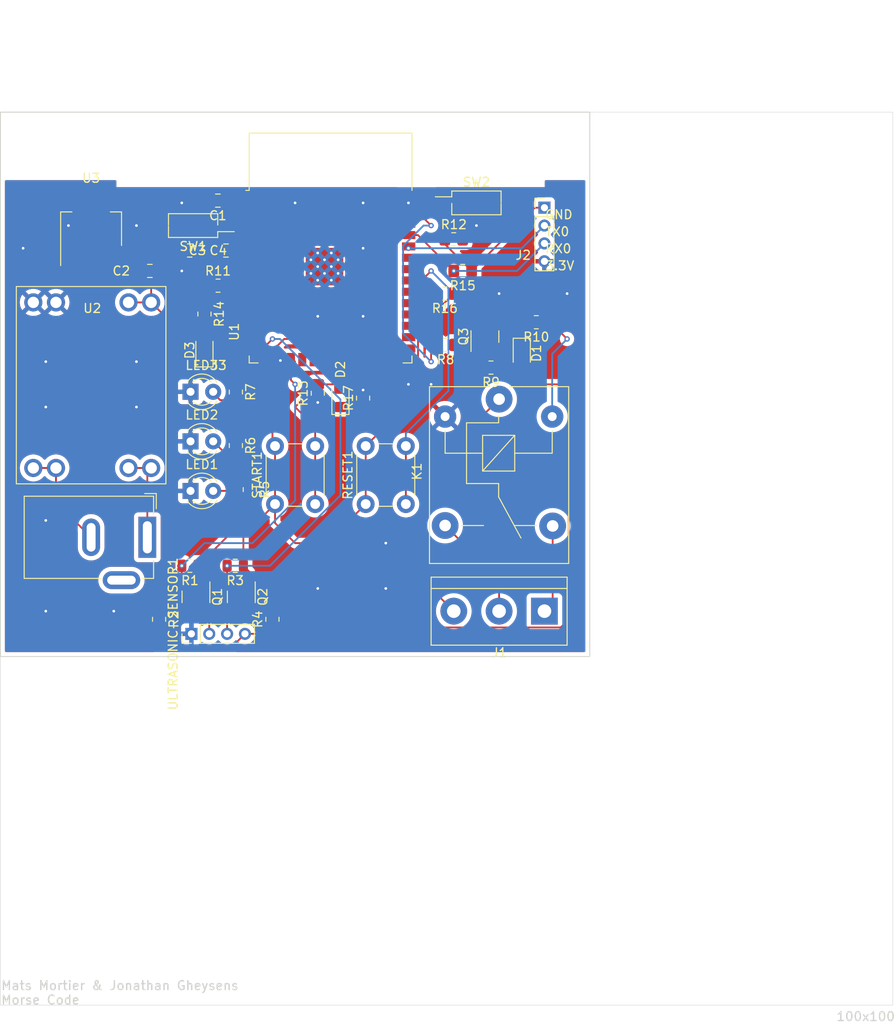
<source format=kicad_pcb>
(kicad_pcb (version 20221018) (generator pcbnew)
  (layers (0 "F.Cu" signal) (31 "B.Cu" signal) (34 "B.Paste" user) (35 "F.Paste" user) (36 "B.SilkS" user "B.Silkscreen") (37 "F.SilkS" user "F.Silkscreen") (38 "B.Mask" user) (39 "F.Mask" user) (44 "Edge.Cuts" user))
  (net 0 "")
  (net 1 "+3.3V")
  (net 2 "GND")
  (net 3 "VDD")
  (net 4 "Net-(D1-K)")
  (net 5 "GPIO2")
  (net 6 "RX0")
  (net 7 "TX0")
  (net 8 "/EN")
  (net 9 "GPIO0")
  (net 10 "GPIO5")
  (net 11 "Net-(D2-K)")
  (net 12 "Net-(D3-A)")
  (net 13 "Net-(J1-Pin_1)")
  (net 14 "Net-(J1-Pin_2)")
  (net 15 "Net-(J1-Pin_3)")
  (net 16 "Net-(J3-Pad1)")
  (net 17 "Net-(J3-Pad2)")
  (net 18 "Net-(LED1-A)")
  (net 19 "Net-(LED2-A)")
  (net 20 "Net-(LED3-A)")
  (net 21 "GPIO12")
  (net 22 "GPIO13")
  (net 29 "GPIO13-5V")
  (net 30 "GPIO12-5V")
  (net 31 "Net-(Q3-B)")
  (net 32 "GPIO26")
  (net 33 "GPIO19")
  (net 35 "GPIO25")
  (net 36 "GPIO33")
  (net 37 "GPIO23")
  (footprint "RF_Module:ESP32-WROOM-32" (layer "F.Cu") (at 64.935 48.685)
    (fp_text reference "U1" (at -10.795 6.395 90) (layer "F.SilkS"))
    (fp_text value "ESP32-WROOM-32")
    (pad "1" smd rect (at -8.75 -8.25) (size 1.5 0.9) (layers "F.Cu" "F.Paste" "F.Mask") (net 2 "GND"))
    (pad "2" smd rect (at -8.75 -6.98) (size 1.5 0.9) (layers "F.Cu" "F.Paste" "F.Mask") (net 1 "+3.3V"))
    (pad "3" smd rect (at -8.75 -5.71) (size 1.5 0.9) (layers "F.Cu" "F.Paste" "F.Mask") (net 8 "/EN"))
    (pad "4" smd rect (at -8.75 -4.44) (size 1.5 0.9) (layers "F.Cu" "F.Paste" "F.Mask"))
    (pad "5" smd rect (at -8.75 -3.17) (size 1.5 0.9) (layers "F.Cu" "F.Paste" "F.Mask"))
    (pad "6" smd rect (at -8.75 -1.9) (size 1.5 0.9) (layers "F.Cu" "F.Paste" "F.Mask"))
    (pad "7" smd rect (at -8.75 -0.63) (size 1.5 0.9) (layers "F.Cu" "F.Paste" "F.Mask"))
    (pad "8" smd rect (at -8.75 0.64) (size 1.5 0.9) (layers "F.Cu" "F.Paste" "F.Mask"))
    (pad "9" smd rect (at -8.75 1.91) (size 1.5 0.9) (layers "F.Cu" "F.Paste" "F.Mask") (net 36 "GPIO33"))
    (pad "10" smd rect (at -8.75 3.18) (size 1.5 0.9) (layers "F.Cu" "F.Paste" "F.Mask") (net 35 "GPIO25"))
    (pad "11" smd rect (at -8.75 4.45) (size 1.5 0.9) (layers "F.Cu" "F.Paste" "F.Mask") (net 32 "GPIO26"))
    (pad "12" smd rect (at -8.75 5.72) (size 1.5 0.9) (layers "F.Cu" "F.Paste" "F.Mask"))
    (pad "13" smd rect (at -8.75 6.99) (size 1.5 0.9) (layers "F.Cu" "F.Paste" "F.Mask"))
    (pad "14" smd rect (at -8.75 8.26) (size 1.5 0.9) (layers "F.Cu" "F.Paste" "F.Mask") (net 21 "GPIO12"))
    (pad "15" smd rect (at -5.71 9.51 90) (size 1.5 0.9) (layers "F.Cu" "F.Paste" "F.Mask") (net 2 "GND"))
    (pad "16" smd rect (at -4.44 9.51 90) (size 1.5 0.9) (layers "F.Cu" "F.Paste" "F.Mask") (net 22 "GPIO13"))
    (pad "17" smd rect (at -3.17 9.51 90) (size 1.5 0.9) (layers "F.Cu" "F.Paste" "F.Mask"))
    (pad "18" smd rect (at -1.9 9.51 90) (size 1.5 0.9) (layers "F.Cu" "F.Paste" "F.Mask"))
    (pad "19" smd rect (at -0.63 9.51 90) (size 1.5 0.9) (layers "F.Cu" "F.Paste" "F.Mask"))
    (pad "20" smd rect (at 0.64 9.51 90) (size 1.5 0.9) (layers "F.Cu" "F.Paste" "F.Mask"))
    (pad "21" smd rect (at 1.91 9.51 90) (size 1.5 0.9) (layers "F.Cu" "F.Paste" "F.Mask"))
    (pad "22" smd rect (at 3.18 9.51 90) (size 1.5 0.9) (layers "F.Cu" "F.Paste" "F.Mask"))
    (pad "23" smd rect (at 4.45 9.51 90) (size 1.5 0.9) (layers "F.Cu" "F.Paste" "F.Mask"))
    (pad "24" smd rect (at 5.72 9.51 90) (size 1.5 0.9) (layers "F.Cu" "F.Paste" "F.Mask") (net 5 "GPIO2"))
    (pad "25" smd rect (at 8.75 8.26) (size 1.5 0.9) (layers "F.Cu" "F.Paste" "F.Mask") (net 9 "GPIO0"))
    (pad "26" smd rect (at 8.75 6.99) (size 1.5 0.9) (layers "F.Cu" "F.Paste" "F.Mask"))
    (pad "27" smd rect (at 8.75 5.72) (size 1.5 0.9) (layers "F.Cu" "F.Paste" "F.Mask"))
    (pad "28" smd rect (at 8.75 4.45) (size 1.5 0.9) (layers "F.Cu" "F.Paste" "F.Mask"))
    (pad "29" smd rect (at 8.75 3.18) (size 1.5 0.9) (layers "F.Cu" "F.Paste" "F.Mask") (net 10 "GPIO5"))
    (pad "30" smd rect (at 8.75 1.91) (size 1.5 0.9) (layers "F.Cu" "F.Paste" "F.Mask"))
    (pad "31" smd rect (at 8.75 0.64) (size 1.5 0.9) (layers "F.Cu" "F.Paste" "F.Mask") (net 33 "GPIO19"))
    (pad "32" smd rect (at 8.75 -0.63) (size 1.5 0.9) (layers "F.Cu" "F.Paste" "F.Mask"))
    (pad "33" smd rect (at 8.75 -1.9) (size 1.5 0.9) (layers "F.Cu" "F.Paste" "F.Mask"))
    (pad "34" smd rect (at 8.75 -3.17) (size 1.5 0.9) (layers "F.Cu" "F.Paste" "F.Mask") (net 6 "RX0"))
    (pad "35" smd rect (at 8.75 -4.44) (size 1.5 0.9) (layers "F.Cu" "F.Paste" "F.Mask") (net 7 "TX0"))
    (pad "36" smd rect (at 8.75 -5.71) (size 1.5 0.9) (layers "F.Cu" "F.Paste" "F.Mask"))
    (pad "37" smd rect (at 8.75 -6.98) (size 1.5 0.9) (layers "F.Cu" "F.Paste" "F.Mask") (net 37 "GPIO23"))
    (pad "38" smd rect (at 8.75 -8.25) (size 1.5 0.9) (layers "F.Cu" "F.Paste" "F.Mask") (net 2 "GND"))
    (pad "39" smd rect (at -2.205 -2.435) (size 1.05 1.05) (layers "F.Cu" "F.Paste") (net 2 "GND"))
    (pad "39" thru_hole circle (at -2.205 -1.6725) (size 0.6 0.6) (drill 0.3) (property pad_prop_heatsink) (layers "*.Cu" "F.Mask") (net 2 "GND"))
    (pad "39" smd rect (at -2.205 -0.91) (size 1.05 1.05) (layers "F.Cu" "F.Paste") (net 2 "GND"))
    (pad "39" thru_hole circle (at -2.205 -0.1475) (size 0.6 0.6) (drill 0.3) (property pad_prop_heatsink) (layers "*.Cu" "F.Mask") (net 2 "GND"))
    (pad "39" smd rect (at -2.205 0.615) (size 1.05 1.05) (layers "F.Cu" "F.Paste") (net 2 "GND"))
    (pad "39" thru_hole circle (at -1.4425 -2.435) (size 0.6 0.6) (drill 0.3) (property pad_prop_heatsink) (layers "*.Cu" "F.Mask") (net 2 "GND"))
    (pad "39" thru_hole circle (at -1.4425 -0.91) (size 0.6 0.6) (drill 0.3) (property pad_prop_heatsink) (layers "*.Cu" "F.Mask") (net 2 "GND"))
    (pad "39" thru_hole circle (at -1.4425 0.615) (size 0.6 0.6) (drill 0.3) (property pad_prop_heatsink) (layers "*.Cu" "F.Mask") (net 2 "GND"))
    (pad "39" smd rect (at -0.68 -2.435) (size 1.05 1.05) (layers "F.Cu" "F.Paste") (net 2 "GND"))
    (pad "39" thru_hole circle (at -0.68 -1.6725) (size 0.6 0.6) (drill 0.3) (property pad_prop_heatsink) (layers "*.Cu" "F.Mask") (net 2 "GND"))
    (pad "39" smd rect (at -0.68 -0.91) (size 1.05 1.05) (layers "F.Cu" "F.Paste") (net 2 "GND"))
    (pad "39" smd rect (at -0.68 -0.91) (size 4.2 4.2) (layers "F.Cu" "F.Mask") (net 2 "GND"))
    (pad "39" thru_hole circle (at -0.68 -0.1475) (size 0.6 0.6) (drill 0.3) (property pad_prop_heatsink) (layers "*.Cu" "F.Mask") (net 2 "GND"))
    (pad "39" smd rect (at -0.68 0.615) (size 1.05 1.05) (layers "F.Cu" "F.Paste") (net 2 "GND"))
    (pad "39" thru_hole circle (at 0.0825 -2.435) (size 0.6 0.6) (drill 0.3) (property pad_prop_heatsink) (layers "*.Cu" "F.Mask") (net 2 "GND"))
    (pad "39" thru_hole circle (at 0.0825 -0.91) (size 0.6 0.6) (drill 0.3) (property pad_prop_heatsink) (layers "*.Cu" "F.Mask") (net 2 "GND"))
    (pad "39" thru_hole circle (at 0.0825 0.615) (size 0.6 0.6) (drill 0.3) (property pad_prop_heatsink) (layers "*.Cu" "F.Mask") (net 2 "GND"))
    (pad "39" smd rect (at 0.845 -2.435) (size 1.05 1.05) (layers "F.Cu" "F.Paste") (net 2 "GND"))
    (pad "39" thru_hole circle (at 0.845 -1.6725) (size 0.6 0.6) (drill 0.3) (property pad_prop_heatsink) (layers "*.Cu" "F.Mask") (net 2 "GND"))
    (pad "39" smd rect (at 0.845 -0.91) (size 1.05 1.05) (layers "F.Cu" "F.Paste") (net 2 "GND"))
    (pad "39" thru_hole circle (at 0.845 -0.1475) (size 0.6 0.6) (drill 0.3) (property pad_prop_heatsink) (layers "*.Cu" "F.Mask") (net 2 "GND"))
    (pad "39" smd rect (at 0.845 0.615) (size 1.05 1.05) (layers "F.Cu" "F.Paste") (net 2 "GND"))
    (zone (net 0) (net_name "") (layers "F.Cu" "In1.Cu" "B.Cu") (connect_pads (clearance 0)) (min_thickness 0.254)
      (keepout (tracks not_allowed) (vias not_allowed) (pads not_allowed) (copperpour not_allowed) (footprints not_allowed))
      (fill (thermal_gap 0.508) (thermal_bridge_width 0.508))
      (polygon (pts (xy 40.935 38.885) (xy 88.935 38.885) (xy 88.935 17.945) (xy 40.935 17.945)))
    )
  )
  (footprint "Capacitor_SMD:C_0805_2012Metric_Pad1.18x1.45mm_HandSolder" (layer "F.Cu") (at 44.6825 48.26)
    (fp_text reference "C2" (at -3.2 0) (layer "F.SilkS"))
    (fp_text value "10uF")
    (pad "1" smd roundrect (at -1.0375 0) (size 1.175 1.45) (layers "F.Cu" "F.Paste" "F.Mask") (roundrect_rratio 0.212766) (net 3 "VDD"))
    (pad "2" smd roundrect (at 1.0375 0) (size 1.175 1.45) (layers "F.Cu" "F.Paste" "F.Mask") (roundrect_rratio 0.212766) (net 2 "GND"))
  )
  (footprint "Library:U1584" (layer "F.Cu") (at 38.227 50.006)
    (fp_text reference "U2" (at 0 2.445 unlocked) (layer "F.SilkS"))
    (fp_text value "MP1584")
    (pad "1" thru_hole circle (at -6.604 20.32) (size 2.032 2.032) (drill 1.27) (layers "*.Cu" "*.Mask") (net 17 "Net-(J3-Pad2)"))
    (pad "2" thru_hole circle (at -4.064 20.32) (size 2.032 2.032) (drill 1.27) (layers "*.Cu" "*.Mask") (net 17 "Net-(J3-Pad2)"))
    (pad "3" thru_hole circle (at 4.064 20.32) (size 2.032 2.032) (drill 1.27) (layers "*.Cu" "*.Mask") (net 16 "Net-(J3-Pad1)"))
    (pad "4" thru_hole circle (at 6.604 20.32) (size 2.032 2.032) (drill 1.27) (layers "*.Cu" "*.Mask") (net 16 "Net-(J3-Pad1)"))
    (pad "5" thru_hole circle (at 6.604 1.778) (size 2.032 2.032) (drill 1.27) (layers "*.Cu" "*.Mask") (net 3 "VDD"))
    (pad "6" thru_hole circle (at 4.064 1.778) (size 2.032 2.032) (drill 1.27) (layers "*.Cu" "*.Mask") (net 3 "VDD"))
    (pad "7" thru_hole circle (at -4.064 1.778) (size 2.032 2.032) (drill 1.27) (layers "*.Cu" "*.Mask") (net 2 "GND"))
    (pad "8" thru_hole circle (at -6.604 1.778) (size 2.032 2.032) (drill 1.27) (layers "*.Cu" "*.Mask") (net 2 "GND"))
  )
  (footprint "Package_TO_SOT_SMD:SOT-223-3_TabPin2" (layer "F.Cu") (at 38.1 43.561 90)
    (fp_text reference "U3" (at 5.69 0) (layer "F.SilkS"))
    (fp_text value "AMS1117-3.3")
    (pad "1" smd rect (at -3.15 -2.3 90) (size 2 1.5) (layers "F.Cu" "F.Paste" "F.Mask") (net 2 "GND"))
    (pad "2" smd rect (at -3.15 0 90) (size 2 1.5) (layers "F.Cu" "F.Paste" "F.Mask") (net 1 "+3.3V"))
    (pad "2" smd rect (at 3.15 0 90) (size 2 3.8) (layers "F.Cu" "F.Paste" "F.Mask") (net 1 "+3.3V"))
    (pad "3" smd rect (at -3.15 2.3 90) (size 2 1.5) (layers "F.Cu" "F.Paste" "F.Mask") (net 3 "VDD"))
  )
  (footprint "Button_Switch_SMD:SW_DIP_SPSTx01_Slide_Copal_CHS-01B_W7.62mm_P1.27mm" (layer "F.Cu") (at 81.28 40.64)
    (fp_text reference "SW2" (at 0 -2.33) (layer "F.SilkS"))
    (fp_text value "FLASH")
    (pad "1" smd rect (at -3.81 0) (size 1.6 0.76) (layers "F.Cu" "F.Paste" "F.Mask") (net 9 "GPIO0"))
    (pad "2" smd rect (at 3.81 0) (size 1.6 0.76) (layers "F.Cu" "F.Paste" "F.Mask") (net 2 "GND"))
  )
  (footprint "LED_THT:LED_D3.0mm" (layer "F.Cu") (at 49.24 72.894484)
    (fp_text reference "LED1" (at 1.27 -2.96) (layer "F.SilkS"))
    (fp_text value "YELLOW")
    (pad "1" thru_hole rect (at 0 0) (size 1.8 1.8) (drill 0.9) (layers "*.Cu" "*.Mask") (net 2 "GND"))
    (pad "2" thru_hole circle (at 2.54 0) (size 1.8 1.8) (drill 0.9) (layers "*.Cu" "*.Mask") (net 18 "Net-(LED1-A)"))
  )
  (footprint "Resistor_SMD:R_0805_2012Metric" (layer "F.Cu") (at 49.1725 81.28 180)
    (fp_text reference "R1" (at 0 -1.65) (layer "F.SilkS"))
    (fp_text value "10k")
    (pad "1" smd roundrect (at -0.9125 0 180) (size 1.025 1.4) (layers "F.Cu" "F.Paste" "F.Mask") (roundrect_rratio 0.243902) (net 1 "+3.3V"))
    (pad "2" smd roundrect (at 0.9125 0 180) (size 1.025 1.4) (layers "F.Cu" "F.Paste" "F.Mask") (roundrect_rratio 0.243902) (net 22 "GPIO13"))
  )
  (footprint "Resistor_SMD:R_0805_2012Metric_Pad1.20x1.40mm_HandSolder" (layer "F.Cu") (at 79.74 48.26 180)
    (fp_text reference "R15" (at 0 -1.65) (layer "F.SilkS"))
    (fp_text value "10K")
    (pad "1" smd roundrect (at -1 0 180) (size 1.2 1.4) (layers "F.Cu" "F.Paste" "F.Mask") (roundrect_rratio 0.208333) (net 1 "+3.3V"))
    (pad "2" smd roundrect (at 1 0 180) (size 1.2 1.4) (layers "F.Cu" "F.Paste" "F.Mask") (roundrect_rratio 0.208333) (net 7 "TX0"))
  )
  (footprint "Connector_PinHeader_2.00mm:PinHeader_1x04_P2.00mm_Vertical" (layer "F.Cu") (at 88.9 41.18)
    (fp_text reference "J2" (at -2.375 5.315) (layer "F.SilkS"))
    (fp_text value "Conn_01x04_Pin")
    (pad "1" thru_hole rect (at 0 0) (size 1.35 1.35) (drill 0.8) (layers "*.Cu" "*.Mask") (net 1 "+3.3V"))
    (pad "2" thru_hole oval (at 0 2) (size 1.35 1.35) (drill 0.8) (layers "*.Cu" "*.Mask") (net 6 "RX0"))
    (pad "3" thru_hole oval (at 0 4) (size 1.35 1.35) (drill 0.8) (layers "*.Cu" "*.Mask") (net 7 "TX0"))
    (pad "4" thru_hole oval (at 0 6) (size 1.35 1.35) (drill 0.8) (layers "*.Cu" "*.Mask") (net 2 "GND"))
  )
  (footprint "Resistor_SMD:R_0805_2012Metric" (layer "F.Cu") (at 82.9075 59.085 180)
    (fp_text reference "R9" (at 0 -1.65) (layer "F.SilkS"))
    (fp_text value "1k")
    (pad "1" smd roundrect (at -0.9125 0 180) (size 1.025 1.4) (layers "F.Cu" "F.Paste" "F.Mask") (roundrect_rratio 0.243902) (net 3 "VDD"))
    (pad "2" smd roundrect (at 0.9125 0 180) (size 1.025 1.4) (layers "F.Cu" "F.Paste" "F.Mask") (roundrect_rratio 0.243902) (net 2 "GND"))
  )
  (footprint "Button_Switch_SMD:SW_DIP_SPSTx01_Slide_Copal_CHS-01B_W7.62mm_P1.27mm" (layer "F.Cu") (at 49.53 43.18 180)
    (fp_text reference "SW1" (at 0 -2.33) (layer "F.SilkS"))
    (fp_text value "EN")
    (pad "1" smd rect (at -3.81 0 180) (size 1.6 0.76) (layers "F.Cu" "F.Paste" "F.Mask") (net 8 "/EN"))
    (pad "2" smd rect (at 3.81 0 180) (size 1.6 0.76) (layers "F.Cu" "F.Paste" "F.Mask") (net 2 "GND"))
  )
  (footprint "Resistor_SMD:R_0805_2012Metric" (layer "F.Cu") (at 45.72 87.2725 -90)
    (fp_text reference "R2" (at 0 -1.65 -270) (layer "F.SilkS"))
    (fp_text value "10k")
    (pad "1" smd roundrect (at -0.9125 0 270) (size 1.025 1.4) (layers "F.Cu" "F.Paste" "F.Mask") (roundrect_rratio 0.243902) (net 3 "VDD"))
    (pad "2" smd roundrect (at 0.9125 0 270) (size 1.025 1.4) (layers "F.Cu" "F.Paste" "F.Mask") (roundrect_rratio 0.243902) (net 29 "GPIO13-5V"))
  )
  (footprint "Relay_THT:Relay_SPDT_SANYOU_SRD_Series_Form_C" (layer "F.Cu") (at 83.82 62.62 -90)
    (fp_text reference "K1" (at 8.1 9.2 90) (layer "F.SilkS"))
    (fp_text value "SANYOU_SRD_Form_C")
    (pad "1" thru_hole circle (at 0 0) (size 3 3) (drill 1.3) (layers "*.Cu" "*.Mask") (net 15 "Net-(J1-Pin_3)"))
    (pad "2" thru_hole circle (at 1.95 6.05) (size 2.5 2.5) (drill 1) (layers "*.Cu" "*.Mask") (net 2 "GND"))
    (pad "3" thru_hole circle (at 14.15 6.05) (size 3 3) (drill 1.3) (layers "*.Cu" "*.Mask") (net 14 "Net-(J1-Pin_2)"))
    (pad "4" thru_hole circle (at 14.2 -6) (size 3 3) (drill 1.3) (layers "*.Cu" "*.Mask") (net 13 "Net-(J1-Pin_1)"))
    (pad "5" thru_hole circle (at 1.95 -5.95) (size 2.5 2.5) (drill 1) (layers "*.Cu" "*.Mask") (net 4 "Net-(D1-K)"))
  )
  (footprint "Resistor_SMD:R_0805_2012Metric" (layer "F.Cu") (at 55.88 72.7475 -90)
    (fp_text reference "R5" (at 0 -1.65 90) (layer "F.SilkS"))
    (fp_text value "270")
    (pad "1" smd roundrect (at -0.9125 0 270) (size 1.025 1.4) (layers "F.Cu" "F.Paste" "F.Mask") (roundrect_rratio 0.243902) (net 32 "GPIO26"))
    (pad "2" smd roundrect (at 0.9125 0 270) (size 1.025 1.4) (layers "F.Cu" "F.Paste" "F.Mask") (roundrect_rratio 0.243902) (net 18 "Net-(LED1-A)"))
  )
  (footprint "Button_Switch_THT:SW_PUSH_6mm" (layer "F.Cu") (at 58.71 74.37 90)
    (fp_text reference "START1" (at 3.25 -2 90) (layer "F.SilkS"))
    (fp_text value "SW_Push")
    (pad "1" thru_hole circle (at 0 0 180) (size 2 2) (drill 1.1) (layers "*.Cu" "*.Mask") (net 1 "+3.3V"))
    (pad "1" thru_hole circle (at 6.5 0 180) (size 2 2) (drill 1.1) (layers "*.Cu" "*.Mask") (net 1 "+3.3V"))
    (pad "2" thru_hole circle (at 0 4.5 180) (size 2 2) (drill 1.1) (layers "*.Cu" "*.Mask") (net 5 "GPIO2"))
    (pad "2" thru_hole circle (at 6.5 4.5 180) (size 2 2) (drill 1.1) (layers "*.Cu" "*.Mask") (net 5 "GPIO2"))
  )
  (footprint "Resistor_SMD:R_0805_2012Metric" (layer "F.Cu") (at 54.2525 81.28 180)
    (fp_text reference "R3" (at 0 -1.65) (layer "F.SilkS"))
    (fp_text value "10k")
    (pad "1" smd roundrect (at -0.9125 0 180) (size 1.025 1.4) (layers "F.Cu" "F.Paste" "F.Mask") (roundrect_rratio 0.243902) (net 1 "+3.3V"))
    (pad "2" smd roundrect (at 0.9125 0 180) (size 1.025 1.4) (layers "F.Cu" "F.Paste" "F.Mask") (roundrect_rratio 0.243902) (net 21 "GPIO12"))
  )
  (footprint "Resistor_SMD:R_0805_2012Metric" (layer "F.Cu") (at 54.32 67.814484 -90)
    (fp_text reference "R6" (at 0 -1.65 90) (layer "F.SilkS"))
    (fp_text value "270")
    (pad "1" smd roundrect (at -0.9125 0 270) (size 1.025 1.4) (layers "F.Cu" "F.Paste" "F.Mask") (roundrect_rratio 0.243902) (net 35 "GPIO25"))
    (pad "2" smd roundrect (at 0.9125 0 270) (size 1.025 1.4) (layers "F.Cu" "F.Paste" "F.Mask") (roundrect_rratio 0.243902) (net 19 "Net-(LED2-A)"))
  )
  (footprint "Connector_PinHeader_2.00mm:PinHeader_1x04_P2.00mm_Vertical" (layer "F.Cu") (at 49.34 88.9 90)
    (fp_text reference "ULTRASONIC-SENSOR1" (at 0 -2.06 90) (layer "F.SilkS"))
    (fp_text value "Conn_01x04_Socket")
    (pad "1" thru_hole rect (at 0 0 90) (size 1.35 1.35) (drill 0.8) (layers "*.Cu" "*.Mask") (net 2 "GND"))
    (pad "2" thru_hole oval (at 0 2 90) (size 1.35 1.35) (drill 0.8) (layers "*.Cu" "*.Mask") (net 29 "GPIO13-5V"))
    (pad "3" thru_hole oval (at 0 4 90) (size 1.35 1.35) (drill 0.8) (layers "*.Cu" "*.Mask") (net 30 "GPIO12-5V"))
    (pad "4" thru_hole oval (at 0 6 90) (size 1.35 1.35) (drill 0.8) (layers "*.Cu" "*.Mask") (net 3 "VDD"))
  )
  (footprint "Resistor_SMD:R_0805_2012Metric_Pad1.20x1.40mm_HandSolder" (layer "F.Cu") (at 68.58 62.5 90)
    (fp_text reference "R17" (at 0 -1.65 90) (layer "F.SilkS"))
    (fp_text value "1K")
    (pad "1" smd roundrect (at -1 0 90) (size 1.2 1.4) (layers "F.Cu" "F.Paste" "F.Mask") (roundrect_rratio 0.208333) (net 11 "Net-(D2-K)"))
    (pad "2" smd roundrect (at 1 0 90) (size 1.2 1.4) (layers "F.Cu" "F.Paste" "F.Mask") (roundrect_rratio 0.208333) (net 2 "GND"))
  )
  (footprint "Package_TO_SOT_SMD:SOT-23" (layer "F.Cu") (at 54.93 84.7575 -90)
    (fp_text reference "Q2" (at 0 -2.4 90) (layer "F.SilkS"))
    (fp_text value "BSS138")
    (pad "1" smd roundrect (at -0.9375 -0.95 270) (size 1.475 0.6) (layers "F.Cu" "F.Paste" "F.Mask") (net 1 "+3.3V"))
    (pad "2" smd roundrect (at -0.9375 0.95 270) (size 1.475 0.6) (layers "F.Cu" "F.Paste" "F.Mask") (net 21 "GPIO12"))
    (pad "3" smd roundrect (at 0.9375 0 270) (size 1.475 0.6) (layers "F.Cu" "F.Paste" "F.Mask") (net 30 "GPIO12-5V"))
  )
  (footprint "Resistor_SMD:R_0805_2012Metric_Pad1.20x1.40mm_HandSolder" (layer "F.Cu") (at 50.8 53.086 -90)
    (fp_text reference "R14" (at 0 -1.65 90) (layer "F.SilkS"))
    (fp_text value "1K")
    (pad "1" smd roundrect (at -1 0 270) (size 1.2 1.4) (layers "F.Cu" "F.Paste" "F.Mask") (roundrect_rratio 0.208333) (net 1 "+3.3V"))
    (pad "2" smd roundrect (at 1 0 270) (size 1.2 1.4) (layers "F.Cu" "F.Paste" "F.Mask") (roundrect_rratio 0.208333) (net 12 "Net-(D3-A)"))
  )
  (footprint "Resistor_SMD:R_0805_2012Metric" (layer "F.Cu") (at 77.8275 56.545 180)
    (fp_text reference "R8" (at 0 -1.65) (layer "F.SilkS"))
    (fp_text value "1k")
    (pad "1" smd roundrect (at -0.9125 0 180) (size 1.025 1.4) (layers "F.Cu" "F.Paste" "F.Mask") (roundrect_rratio 0.243902) (net 31 "Net-(Q3-B)"))
    (pad "2" smd roundrect (at 0.9125 0 180) (size 1.025 1.4) (layers "F.Cu" "F.Paste" "F.Mask") (roundrect_rratio 0.243902) (net 37 "GPIO23"))
  )
  (footprint "Package_TO_SOT_SMD:SOT-23" (layer "F.Cu") (at 49.85 84.7575 -90)
    (fp_text reference "Q1" (at 0 -2.4 90) (layer "F.SilkS"))
    (fp_text value "BSS138")
    (pad "1" smd roundrect (at -0.9375 -0.95 270) (size 1.475 0.6) (layers "F.Cu" "F.Paste" "F.Mask") (net 1 "+3.3V"))
    (pad "2" smd roundrect (at -0.9375 0.95 270) (size 1.475 0.6) (layers "F.Cu" "F.Paste" "F.Mask") (net 22 "GPIO13"))
    (pad "3" smd roundrect (at 0.9375 0 270) (size 1.475 0.6) (layers "F.Cu" "F.Paste" "F.Mask") (net 29 "GPIO13-5V"))
  )
  (footprint "LED_THT:LED_D3.0mm" (layer "F.Cu") (at 49.24 67.344484)
    (fp_text reference "LED2" (at 1.27 -2.96) (layer "F.SilkS"))
    (fp_text value "GREEN")
    (pad "1" thru_hole rect (at 0 0) (size 1.8 1.8) (drill 0.9) (layers "*.Cu" "*.Mask") (net 2 "GND"))
    (pad "2" thru_hole circle (at 2.54 0) (size 1.8 1.8) (drill 0.9) (layers "*.Cu" "*.Mask") (net 19 "Net-(LED2-A)"))
  )
  (footprint "Resistor_SMD:R_0805_2012Metric" (layer "F.Cu") (at 54.32 61.821984 -90)
    (fp_text reference "R7" (at 0 -1.65 90) (layer "F.SilkS"))
    (fp_text value "270")
    (pad "1" smd roundrect (at -0.9125 0 270) (size 1.025 1.4) (layers "F.Cu" "F.Paste" "F.Mask") (roundrect_rratio 0.243902) (net 36 "GPIO33"))
    (pad "2" smd roundrect (at 0.9125 0 270) (size 1.025 1.4) (layers "F.Cu" "F.Paste" "F.Mask") (roundrect_rratio 0.243902) (net 20 "Net-(LED3-A)"))
  )
  (footprint "LED_SMD:LED_0805_2012Metric_Pad1.15x1.40mm_HandSolder" (layer "F.Cu") (at 50.8 57.15 90)
    (fp_text reference "D3" (at 0 -1.65 90) (layer "F.SilkS"))
    (fp_text value "PWR")
    (pad "1" smd roundrect (at -1.025 0 90) (size 1.15 1.4) (layers "F.Cu" "F.Paste" "F.Mask") (roundrect_rratio 0.217391) (net 2 "GND"))
    (pad "2" smd roundrect (at 1.025 0 90) (size 1.15 1.4) (layers "F.Cu" "F.Paste" "F.Mask") (roundrect_rratio 0.217391) (net 12 "Net-(D3-A)"))
  )
  (footprint "Capacitor_SMD:C_0805_2012Metric_Pad1.18x1.45mm_HandSolder" (layer "F.Cu") (at 52.3025 40.386 180)
    (fp_text reference "C1" (at 0 -1.68) (layer "F.SilkS"))
    (fp_text value "100uF/6.3V")
    (pad "1" smd roundrect (at -1.0375 0 180) (size 1.175 1.45) (layers "F.Cu" "F.Paste" "F.Mask") (roundrect_rratio 0.212766) (net 1 "+3.3V"))
    (pad "2" smd roundrect (at 1.0375 0 180) (size 1.175 1.45) (layers "F.Cu" "F.Paste" "F.Mask") (roundrect_rratio 0.212766) (net 2 "GND"))
  )
  (footprint "Resistor_SMD:R_0805_2012Metric" (layer "F.Cu") (at 58.42 87.2725 90)
    (fp_text reference "R4" (at 0 -1.65 90) (layer "F.SilkS"))
    (fp_text value "10k")
    (pad "1" smd roundrect (at -0.9125 0 90) (size 1.025 1.4) (layers "F.Cu" "F.Paste" "F.Mask") (roundrect_rratio 0.243902) (net 3 "VDD"))
    (pad "2" smd roundrect (at 0.9125 0 90) (size 1.025 1.4) (layers "F.Cu" "F.Paste" "F.Mask") (roundrect_rratio 0.243902) (net 30 "GPIO12-5V"))
  )
  (footprint "Resistor_SMD:R_0805_2012Metric_Pad1.20x1.40mm_HandSolder" (layer "F.Cu") (at 52.324 49.911)
    (fp_text reference "R11" (at 0 -1.65) (layer "F.SilkS"))
    (fp_text value "10K")
    (pad "1" smd roundrect (at -1 0) (size 1.2 1.4) (layers "F.Cu" "F.Paste" "F.Mask") (roundrect_rratio 0.208333) (net 1 "+3.3V"))
    (pad "2" smd roundrect (at 1 0) (size 1.2 1.4) (layers "F.Cu" "F.Paste" "F.Mask") (roundrect_rratio 0.208333) (net 8 "/EN"))
  )
  (footprint "Package_TO_SOT_SMD:SOT-23" (layer "F.Cu") (at 82.23 55.6075 90)
    (fp_text reference "Q3" (at 0 -2.4 90) (layer "F.SilkS"))
    (fp_text value "MMBT3906")
    (pad "1" smd roundrect (at -0.9375 -0.95 90) (size 1.475 0.6) (layers "F.Cu" "F.Paste" "F.Mask") (net 31 "Net-(Q3-B)"))
    (pad "2" smd roundrect (at -0.9375 0.95 90) (size 1.475 0.6) (layers "F.Cu" "F.Paste" "F.Mask") (net 3 "VDD"))
    (pad "3" smd roundrect (at 0.9375 0 90) (size 1.475 0.6) (layers "F.Cu" "F.Paste" "F.Mask") (net 4 "Net-(D1-K)"))
  )
  (footprint "Button_Switch_THT:SW_PUSH_6mm" (layer "F.Cu") (at 68.87 74.37 90)
    (fp_text reference "RESET1" (at 3.25 -2 90) (layer "F.SilkS"))
    (fp_text value "SW_Push")
    (pad "1" thru_hole circle (at 0 0 180) (size 2 2) (drill 1.1) (layers "*.Cu" "*.Mask") (net 1 "+3.3V"))
    (pad "1" thru_hole circle (at 6.5 0 180) (size 2 2) (drill 1.1) (layers "*.Cu" "*.Mask") (net 1 "+3.3V"))
    (pad "2" thru_hole circle (at 0 4.5 180) (size 2 2) (drill 1.1) (layers "*.Cu" "*.Mask") (net 33 "GPIO19"))
    (pad "2" thru_hole circle (at 6.5 4.5 180) (size 2 2) (drill 1.1) (layers "*.Cu" "*.Mask") (net 33 "GPIO19"))
  )
  (footprint "Connector_BarrelJack:BarrelJack_GCT_DCJ200-10-A_Horizontal" (layer "F.Cu") (at 44.4 78.09 -90)
    (fp_text reference "J3" (at -19.255516 -8.03) (layer "F.SilkS"))
    (fp_text value "Barrel_Jack")
    (pad "1" thru_hole rect (at 0 0 270) (size 4.6 2) (drill oval 3.6 1) (layers "*.Cu" "*.Mask") (net 16 "Net-(J3-Pad1)"))
    (pad "2" thru_hole oval (at 0 6.3 270) (size 4.2 2) (drill oval 3.2 1) (layers "*.Cu" "*.Mask") (net 17 "Net-(J3-Pad2)"))
    (pad "3" thru_hole oval (at 4.8 2.9 270) (size 2 4.2) (drill oval 1 3.2) (layers "*.Cu" "*.Mask"))
  )
  (footprint "LED_SMD:LED_0805_2012Metric_Pad1.15x1.40mm_HandSolder" (layer "F.Cu") (at 66.04 62.475 90)
    (fp_text reference "D2" (at 3.175 0 90) (layer "F.SilkS"))
    (fp_text value "BLUE")
    (pad "1" smd roundrect (at -1.025 0 90) (size 1.15 1.4) (layers "F.Cu" "F.Paste" "F.Mask") (roundrect_rratio 0.217391) (net 11 "Net-(D2-K)"))
    (pad "2" smd roundrect (at 1.025 0 90) (size 1.15 1.4) (layers "F.Cu" "F.Paste" "F.Mask") (roundrect_rratio 0.217391) (net 5 "GPIO2"))
  )
  (footprint "TerminalBlock:TerminalBlock_bornier-3_P5.08mm" (layer "F.Cu") (at 88.9 86.36 180)
    (fp_text reference "J1" (at 5.05 -4.65) (layer "F.SilkS"))
    (fp_text value "Screw_Terminal_01x03")
    (pad "1" thru_hole rect (at 0 0 180) (size 3 3) (drill 1.52) (layers "*.Cu" "*.Mask") (net 13 "Net-(J1-Pin_1)"))
    (pad "2" thru_hole circle (at 5.08 0 180) (size 3 3) (drill 1.52) (layers "*.Cu" "*.Mask") (net 14 "Net-(J1-Pin_2)"))
    (pad "3" thru_hole circle (at 10.16 0 180) (size 3 3) (drill 1.52) (layers "*.Cu" "*.Mask") (net 15 "Net-(J1-Pin_3)"))
  )
  (footprint "Capacitor_SMD:C_0805_2012Metric_Pad1.18x1.45mm_HandSolder" (layer "F.Cu") (at 49.149 45.974 180)
    (fp_text reference "C4" (at -3.2 0) (layer "F.SilkS"))
    (fp_text value "10uF")
    (pad "1" smd roundrect (at -1.0375 0 180) (size 1.175 1.45) (layers "F.Cu" "F.Paste" "F.Mask") (roundrect_rratio 0.212766) (net 1 "+3.3V"))
    (pad "2" smd roundrect (at 1.0375 0 180) (size 1.175 1.45) (layers "F.Cu" "F.Paste" "F.Mask") (roundrect_rratio 0.212766) (net 2 "GND"))
  )
  (footprint "Resistor_SMD:R_0805_2012Metric_Pad1.20x1.40mm_HandSolder" (layer "F.Cu") (at 63.5 61.96 90)
    (fp_text reference "R13" (at 0 -1.65 90) (layer "F.SilkS"))
    (fp_text value "10K")
    (pad "1" smd roundrect (at -1 0 90) (size 1.2 1.4) (layers "F.Cu" "F.Paste" "F.Mask") (roundrect_rratio 0.208333) (net 2 "GND"))
    (pad "2" smd roundrect (at 1 0 90) (size 1.2 1.4) (layers "F.Cu" "F.Paste" "F.Mask") (roundrect_rratio 0.208333) (net 5 "GPIO2"))
  )
  (footprint "Resistor_SMD:R_0805_2012Metric" (layer "F.Cu") (at 87.9875 54.005 180)
    (fp_text reference "R10" (at 0 -1.65) (layer "F.SilkS"))
    (fp_text value "1k")
    (pad "1" smd roundrect (at -0.9125 0 180) (size 1.025 1.4) (layers "F.Cu" "F.Paste" "F.Mask") (roundrect_rratio 0.243902) (net 4 "Net-(D1-K)"))
    (pad "2" smd roundrect (at 0.9125 0 180) (size 1.025 1.4) (layers "F.Cu" "F.Paste" "F.Mask") (roundrect_rratio 0.243902) (net 2 "GND"))
  )
  (footprint "Diode_SMD:D_0805_2012Metric" (layer "F.Cu") (at 86.36 57.4825 -90)
    (fp_text reference "D1" (at 0 -1.65 90) (layer "F.SilkS"))
    (fp_text value "D")
    (pad "1" smd roundrect (at -0.9375 0 270) (size 0.975 1.4) (layers "F.Cu" "F.Paste" "F.Mask") (net 4 "Net-(D1-K)"))
    (pad "2" smd roundrect (at 0.9375 0 270) (size 0.975 1.4) (layers "F.Cu" "F.Paste" "F.Mask") (net 2 "GND"))
  )
  (footprint "Resistor_SMD:R_0805_2012Metric_Pad1.20x1.40mm_HandSolder" (layer "F.Cu") (at 77.74 50.8 180)
    (fp_text reference "R16" (at 0 -1.65) (layer "F.SilkS"))
    (fp_text value "10K")
    (pad "1" smd roundrect (at -1 0 180) (size 1.2 1.4) (layers "F.Cu" "F.Paste" "F.Mask") (roundrect_rratio 0.208333) (net 1 "+3.3V"))
    (pad "2" smd roundrect (at 1 0 180) (size 1.2 1.4) (layers "F.Cu" "F.Paste" "F.Mask") (roundrect_rratio 0.208333) (net 10 "GPIO5"))
  )
  (footprint "LED_THT:LED_D3.0mm" (layer "F.Cu") (at 49.24 61.794484)
    (fp_text reference "LED3" (at 1.27 -2.96) (layer "F.SilkS"))
    (fp_text value "RED")
    (pad "1" thru_hole rect (at 0 0) (size 1.8 1.8) (drill 0.9) (layers "*.Cu" "*.Mask") (net 2 "GND"))
    (pad "2" thru_hole circle (at 2.54 0) (size 1.8 1.8) (drill 0.9) (layers "*.Cu" "*.Mask") (net 20 "Net-(LED3-A)"))
  )
  (footprint "Resistor_SMD:R_0805_2012Metric_Pad1.20x1.40mm_HandSolder" (layer "F.Cu") (at 78.74 44.72)
    (fp_text reference "R12" (at 0 -1.65) (layer "F.SilkS"))
    (fp_text value "10K")
    (pad "1" smd roundrect (at -1 0) (size 1.2 1.4) (layers "F.Cu" "F.Paste" "F.Mask") (roundrect_rratio 0.208333) (net 1 "+3.3V"))
    (pad "2" smd roundrect (at 1 0) (size 1.2 1.4) (layers "F.Cu" "F.Paste" "F.Mask") (roundrect_rratio 0.208333) (net 9 "GPIO0"))
  )
  (footprint "Capacitor_SMD:C_0805_2012Metric_Pad1.18x1.45mm_HandSolder" (layer "F.Cu") (at 53.213 45.974 180)
    (fp_text reference "C3" (at 3.2 0) (layer "F.SilkS"))
    (fp_text value "100nF")
    (pad "1" smd roundrect (at -1.0375 0 180) (size 1.175 1.45) (layers "F.Cu" "F.Paste" "F.Mask") (roundrect_rratio 0.212766) (net 2 "GND"))
    (pad "2" smd roundrect (at 1.0375 0 180) (size 1.175 1.45) (layers "F.Cu" "F.Paste" "F.Mask") (roundrect_rratio 0.212766) (net 1 "+3.3V"))
  )
  (gr_rect (start 27.94 30.48) (end 127.94 130.48) (stroke (width 0.05)) (fill none) (layer "Edge.Cuts"))
  (gr_rect (start 27.94 30.48) (end 93.98 91.44) (stroke (width 0.1)) (fill none) (layer "Edge.Cuts"))
  (gr_text "TX0" (at 88.9 44.45) (layer "F.SilkS") (effects (font (size 1 1)) (justify left bottom)))
  (gr_text "GND" (at 88.9 42.545) (layer "F.SilkS") (effects (font (size 1 1)) (justify left bottom)))
  (gr_text "RX0" (at 88.9 46.355) (layer "F.SilkS") (effects (font (size 1 1)) (justify left bottom)))
  (gr_text "3.3V" (at 88.9 48.26) (layer "F.SilkS") (effects (font (size 1 1)) (justify left bottom)))
  (gr_text "100x100\n" (at 121.539 132.334) (layer "Edge.Cuts") (effects (font (size 1 1)) (justify left bottom)))
  (gr_text "Mats Mortier & Jonathan Gheysens\nMorse Code\n" (at 27.94 130.48) (layer "Edge.Cuts") (effects (font (size 1 1)) (justify left bottom)))
  (segment (start 88.9 41.18) (end 87.82 41.18) (width 0.2) (layer "F.Cu") (net 1))
  (segment (start 52.1755 45.974) (end 50.1865 45.974) (width 0.2) (layer "F.Cu") (net 1))
  (segment (start 56.185 41.705) (end 56.715 41.705) (width 0.2) (layer "F.Cu") (net 1))
  (segment (start 51.324 49.911) (end 51.324 51.562) (width 0.2) (layer "F.Cu") (net 1))
  (segment (start 78.74 50.8) (end 80.74 48.8) (width 0.2) (layer "F.Cu") (net 1))
  (segment (start 87.82 41.18) (end 80.74 48.26) (width 0.2) (layer "F.Cu") (net 1))
  (segment (start 60.96 55.88) (end 59.74 55.88) (width 0.2) (layer "F.Cu") (net 1))
  (segment (start 77.74 45.26) (end 77.74 44.72) (width 0.2) (layer "F.Cu") (net 1))
  (segment (start 46.531 41.705) (end 45.237 40.411) (width 0.2) (layer "F.Cu") (net 1))
  (segment (start 50.1865 42.5235) (end 51.005 41.705) (width 0.2) (layer "F.Cu") (net 1))
  (segment (start 58.71 76.49) (end 60.96 78.74) (width 0.2) (layer "F.Cu") (net 1))
  (segment (start 59.74 55.88) (end 58.42 57.2) (width 0.2) (layer "F.Cu") (net 1))
  (segment (start 58.42 43.41) (end 58.42 53.34) (width 0.2) (layer "F.Cu") (net 1))
  (segment (start 50.1865 48.7735) (end 51.324 49.911) (width 0.2) (layer "F.Cu") (net 1))
  (segment (start 58.42 53.34) (end 60.96 55.88) (width 0.2) (layer "F.Cu") (net 1))
  (segment (start 56.185 41.705) (end 54.659 41.705) (width 0.2) (layer "F.Cu") (net 1))
  (segment (start 58.71 74.37) (end 58.71 76.49) (width 0.2) (layer "F.Cu") (net 1))
  (segment (start 68.87 74.37) (end 68.87 67.87) (width 0.2) (layer "F.Cu") (net 1))
  (segment (start 50.8 81.995) (end 50.8 83.82) (width 0.2) (layer "F.Cu") (net 1))
  (segment (start 74.735 62.005) (end 74.735 54.805) (width 0.2) (layer "F.Cu") (net 1))
  (segment (start 50.1865 45.974) (end 50.1865 42.5235) (width 0.2) (layer "F.Cu") (net 1))
  (segment (start 38.1 46.711) (end 38.1 40.411) (width 0.2) (layer "F.Cu") (net 1))
  (segment (start 58.42 67.58) (end 58.71 67.87) (width 0.2) (layer "F.Cu") (net 1))
  (segment (start 51.435 41.705) (end 46.531 41.705) (width 0.2) (layer "F.Cu") (net 1))
  (segment (start 60.96 78.74) (end 64.5 78.74) (width 0.2) (layer "F.Cu") (net 1))
  (segment (start 55.88 81.995) (end 55.88 83.82) (width 0.2) (layer "F.Cu") (net 1))
  (segment (start 55.165 81.28) (end 55.88 81.995) (width 0.2) (layer "F.Cu") (net 1))
  (segment (start 54.659 41.705) (end 53.34 40.386) (width 0.2) (layer "F.Cu") (net 1))
  (segment (start 54.659 41.705) (end 51.435 41.705) (width 0.2) (layer "F.Cu") (net 1))
  (segment (start 45.237 40.411) (end 38.1 40.411) (width 0.2) (layer "F.Cu") (net 1))
  (segment (start 58.71 74.37) (end 55.165 77.915) (width 0.2) (layer "F.Cu") (net 1))
  (segment (start 80.74 48.8) (end 80.74 48.26) (width 0.2) (layer "F.Cu") (net 1))
  (segment (start 80.74 48.26) (end 77.74 45.26) (width 0.2) (layer "F.Cu") (net 1))
  (segment (start 51.005 41.705) (end 51.435 41.705) (width 0.2) (layer "F.Cu") (net 1))
  (segment (start 50.085 81.28) (end 50.8 81.995) (width 0.2) (layer "F.Cu") (net 1))
  (segment (start 50.085 81.28) (end 53.45 77.915) (width 0.2) (layer "F.Cu") (net 1))
  (segment (start 64.5 78.74) (end 68.87 74.37) (width 0.2) (layer "F.Cu") (net 1))
  (segment (start 50.1865 45.974) (end 50.1865 48.7735) (width 0.2) (layer "F.Cu") (net 1))
  (segment (start 58.42 57.2) (end 58.42 67.58) (width 0.2) (layer "F.Cu") (net 1))
  (segment (start 68.87 67.87) (end 74.735 62.005) (width 0.2) (layer "F.Cu") (net 1))
  (segment (start 74.735 54.805) (end 78.74 50.8) (width 0.2) (layer "F.Cu") (net 1))
  (segment (start 58.71 67.87) (end 58.71 74.37) (width 0.2) (layer "F.Cu") (net 1))
  (segment (start 55.165 77.915) (end 55.165 81.28) (width 0.2) (layer "F.Cu") (net 1))
  (segment (start 51.324 51.562) (end 50.8 52.086) (width 0.2) (layer "F.Cu") (net 1))
  (segment (start 56.715 41.705) (end 58.42 43.41) (width 0.2) (layer "F.Cu") (net 1))
  (segment (start 53.45 77.915) (end 55.165 77.915) (width 0.2) (layer "F.Cu") (net 1))
  (segment (start 62.73 46.25) (end 62.73 47.0125) (width 0.2) (layer "F.Cu") (net 2))
  (segment (start 63.4925 47.775) (end 62.73 47.0125) (width 0.2) (layer "F.Cu") (net 2))
  (segment (start 64.255 47.0125) (end 65.0175 47.775) (width 0.2) (layer "F.Cu") (net 2))
  (segment (start 65.78 49.3) (end 65.78 48.5375) (width 0.2) (layer "F.Cu") (net 2))
  (segment (start 65.0175 46.25) (end 64.255 47.0125) (width 0.2) (layer "F.Cu") (net 2))
  (segment (start 65.78 48.5375) (end 65.78 47.0125) (width 0.2) (layer "F.Cu") (net 2))
  (segment (start 64.255 48.5375) (end 65.0175 49.3) (width 0.2) (layer "F.Cu") (net 2))
  (segment (start 64.255 48.5375) (end 65.0175 47.775) (width 0.2) (layer "F.Cu") (net 2))
  (segment (start 62.73 47.0125) (end 62.73 48.5375) (width 0.2) (layer "F.Cu") (net 2))
  (segment (start 62.73 47.0125) (end 62.73 47.775) (width 0.2) (layer "F.Cu") (net 2))
  (segment (start 62.73 48.5375) (end 63.4925 49.3) (width 0.2) (layer "F.Cu") (net 2))
  (segment (start 62.73 48.5375) (end 62.73 49.3) (width 0.2) (layer "F.Cu") (net 2))
  (segment (start 64.255 47.0125) (end 63.4925 47.775) (width 0.2) (layer "F.Cu") (net 2))
  (segment (start 65.78 46.25) (end 65.78 47.0125) (width 0.2) (layer "F.Cu") (net 2))
  (segment (start 63.4925 46.25) (end 62.73 47.0125) (width 0.2) (layer "F.Cu") (net 2))
  (segment (start 65.0175 49.3) (end 65.78 48.5375) (width 0.2) (layer "F.Cu") (net 2))
  (via (at 33.02 58.42) (size 0.6) (drill 0.3) (layers "F.Cu" "B.Cu") (net 2))
  (via (at 60.96 40.64) (size 0.6) (drill 0.3) (layers "F.Cu" "B.Cu") (net 2))
  (via (at 33.02 76.2) (size 0.6) (drill 0.3) (layers "F.Cu" "B.Cu") (net 2))
  (via (at 48.26 40.64) (size 0.6) (drill 0.3) (layers "F.Cu" "B.Cu") (net 2))
  (via (at 33.02 86.36) (size 0.6) (drill 0.3) (layers "F.Cu" "B.Cu") (net 2))
  (via (at 68.58 61.595) (size 0.6) (drill 0.3) (layers "F.Cu" "B.Cu") (net 2))
  (via (at 33.02 63.5) (size 0.6) (drill 0.3) (layers "F.Cu" "B.Cu") (net 2))
  (via (at 68.58 40.64) (size 0.6) (drill 0.3) (layers "F.Cu" "B.Cu") (net 2))
  (via (at 81.28 43.18) (size 0.6) (drill 0.3) (layers "F.Cu" "B.Cu") (net 2))
  (via (at 68.58 53.34) (size 0.6) (drill 0.3) (layers "F.Cu" "B.Cu") (net 2))
  (via (at 83.82 50.8) (size 0.6) (drill 0.3) (layers "F.Cu" "B.Cu") (net 2))
  (via (at 59.309 58.293) (size 0.6) (drill 0.3) (layers "F.Cu" "B.Cu") (net 2))
  (via (at 43.18 58.42) (size 0.6) (drill 0.3) (layers "F.Cu" "B.Cu") (net 2))
  (via (at 73.66 40.64) (size 0.6) (drill 0.3) (layers "F.Cu" "B.Cu") (net 2))
  (via (at 63.5 62.992) (size 0.6) (drill 0.3) (layers "F.Cu" "B.Cu") (net 2))
  (via (at 43.18 63.5) (size 0.6) (drill 0.3) (layers "F.Cu" "B.Cu") (net 2))
  (via (at 68.58 45.72) (size 0.6) (drill 0.3) (layers "F.Cu" "B.Cu") (net 2))
  (via (at 35.56 43.18) (size 0.6) (drill 0.3) (layers "F.Cu" "B.Cu") (net 2))
  (via (at 63.5 53.34) (size 0.6) (drill 0.3) (layers "F.Cu" "B.Cu") (net 2))
  (via (at 73.66 60.96) (size 0.6) (drill 0.3) (layers "F.Cu" "B.Cu") (net 2))
  (via (at 76.2 60.96) (size 0.6) (drill 0.3) (layers "F.Cu" "B.Cu") (net 2))
  (via (at 71.12 83.82) (size 0.6) (drill 0.3) (layers "F.Cu" "B.Cu") (net 2))
  (via (at 71.12 78.74) (size 0.6) (drill 0.3) (layers "F.Cu" "B.Cu") (net 2))
  (via (at 63.5 83.82) (size 0.6) (drill 0.3) (layers "F.Cu" "B.Cu") (net 2))
  (via (at 30.48 45.72) (size 0.6) (drill 0.3) (layers "F.Cu" "B.Cu") (net 2))
  (via (at 48.26 48.26) (size 0.6) (drill 0.3) (layers "F.Cu" "B.Cu") (net 2))
  (via (at 40.64 86.36) (size 0.6) (drill 0.3) (layers "F.Cu" "B.Cu") (net 2))
  (via (at 43.18 43.18) (size 0.6) (drill 0.3) (layers "F.Cu" "B.Cu") (net 2))
  (via (at 91.44 50.8) (size 0.6) (drill 0.3) (layers "F.Cu" "B.Cu") (net 2))
  (segment (start 57.705 88.9) (end 58.42 88.185) (width 0.2) (layer "F.Cu") (net 3))
  (segment (start 90.725 88.185) (end 91.62 87.29) (width 0.2) (layer "F.Cu") (net 3))
  (segment (start 45.704 90.408) (end 53.832 90.408) (width 0.2) (layer "F.Cu") (net 3))
  (segment (start 40.4 46.711) (end 42.096 46.711) (width 0.2) (layer "F.Cu") (net 3))
  (segment (start 83.18 56.545) (end 83.82 57.185) (width 0.2) (layer "F.Cu") (net 3))
  (segment (start 44.323 89.027) (end 45.704 90.408) (width 0.2) (layer "F.Cu") (net 3))
  (segment (start 53.832 90.408) (end 55.34 88.9) (width 0.2) (layer "F.Cu") (net 3))
  (segment (start 85.695 60.96) (end 83.82 59.085) (width 0.2) (layer "F.Cu") (net 3))
  (segment (start 47.4475 54.4005) (end 47.4475 84.6325) (width 0.2) (layer "F.Cu") (net 3))
  (segment (start 47.4475 84.6325) (end 45.72 86.36) (width 0.2) (layer "F.Cu") (net 3))
  (segment (start 44.831 51.784) (end 47.4475 54.4005) (width 0.2) (layer "F.Cu") (net 3))
  (segment (start 91.62 87.29) (end 91.62 61.14) (width 0.2) (layer "F.Cu") (net 3))
  (segment (start 44.831 51.784) (end 42.291 51.784) (width 0.2) (layer "F.Cu") (net 3))
  (segment (start 44.831 49.446) (end 44.831 51.784) (width 0.2) (layer "F.Cu") (net 3))
  (segment (start 44.704 86.36) (end 44.323 86.741) (width 0.2) (layer "F.Cu") (net 3))
  (segment (start 83.82 57.185) (end 83.82 59.085) (width 0.2) (layer "F.Cu") (net 3))
  (segment (start 55.34 88.9) (end 57.705 88.9) (width 0.2) (layer "F.Cu") (net 3))
  (segment (start 91.44 60.96) (end 85.695 60.96) (width 0.2) (layer "F.Cu") (net 3))
  (segment (start 44.323 86.741) (end 44.323 89.027) (width 0.2) (layer "F.Cu") (net 3))
  (segment (start 91.62 61.14) (end 91.44 60.96) (width 0.2) (layer "F.Cu") (net 3))
  (segment (start 45.72 86.36) (end 44.704 86.36) (width 0.2) (layer "F.Cu") (net 3))
  (segment (start 58.42 88.185) (end 90.725 88.185) (width 0.2) (layer "F.Cu") (net 3))
  (segment (start 42.096 46.711) (end 43.645 48.26) (width 0.2) (layer "F.Cu") (net 3))
  (segment (start 43.645 48.26) (end 44.831 49.446) (width 0.2) (layer "F.Cu") (net 3))
  (segment (start 89.565 54.005) (end 88.9 54.005) (width 0.2) (layer "F.Cu") (net 4))
  (segment (start 86.36 56.545) (end 84.485 54.67) (width 0.2) (layer "F.Cu") (net 4))
  (segment (start 86.36 56.545) (end 88.9 54.005) (width 0.2) (layer "F.Cu") (net 4))
  (segment (start 84.485 54.67) (end 82.23 54.67) (width 0.2) (layer "F.Cu") (net 4))
  (segment (start 91.44 55.88) (end 89.565 54.005) (width 0.2) (layer "F.Cu") (net 4))
  (via (at 91.44 55.88) (size 0.6) (drill 0.3) (layers "F.Cu" "B.Cu") (net 4))
  (segment (start 89.77 57.55) (end 91.44 55.88) (width 0.2) (layer "B.Cu") (net 4))
  (segment (start 89.77 64.57) (end 89.77 57.55) (width 0.2) (layer "B.Cu") (net 4))
  (segment (start 63.5 60.96) (end 60.96 63.5) (width 0.2) (layer "F.Cu") (net 5))
  (segment (start 69.2 60.6) (end 66.89 60.6) (width 0.2) (layer "F.Cu") (net 5))
  (segment (start 66.89 60.6) (end 66.04 61.45) (width 0.2) (layer "F.Cu") (net 5))
  (segment (start 65.55 60.96) (end 66.04 61.45) (width 0.2) (layer "F.Cu") (net 5))
  (segment (start 63.5 60.96) (end 65.55 60.96) (width 0.2) (layer "F.Cu") (net 5))
  (segment (start 70.655 58.195) (end 70.655 59.145) (width 0.2) (layer "F.Cu") (net 5))
  (segment (start 63.21 67.87) (end 63.21 74.37) (width 0.2) (layer "F.Cu") (net 5))
  (segment (start 63.21 65.75) (end 63.21 67.87) (width 0.2) (layer "F.Cu") (net 5))
  (segment (start 70.655 59.145) (end 69.2 60.6) (width 0.2) (layer "F.Cu") (net 5))
  (segment (start 60.96 63.5) (end 63.21 65.75) (width 0.2) (layer "F.Cu") (net 5))
  (via (at 73.66 45.72) (size 0.6) (drill 0.3) (layers "F.Cu" "B.Cu") (net 6))
  (segment (start 73.66 45.72) (end 86.36 45.72) (width 0.2) (layer "B.Cu") (net 6))
  (segment (start 86.36 45.72) (end 88.9 43.18) (width 0.2) (layer "B.Cu") (net 6))
  (segment (start 73.685 44.245) (end 74.725 44.245) (width 0.2) (layer "F.Cu") (net 7))
  (segment (start 74.725 44.245) (end 78.74 48.26) (width 0.2) (layer "F.Cu") (net 7))
  (via (at 78.74 48.26) (size 0.6) (drill 0.3) (layers "F.Cu" "B.Cu") (net 7))
  (segment (start 78.74 48.26) (end 85.82 48.26) (width 0.2) (layer "B.Cu") (net 7))
  (segment (start 85.82 48.26) (end 88.9 45.18) (width 0.2) (layer "B.Cu") (net 7))
  (segment (start 53.213 44.958) (end 53.213 49.8) (width 0.2) (layer "F.Cu") (net 8))
  (segment (start 53.34 43.18) (end 53.34 44.831) (width 0.2) (layer "F.Cu") (net 8))
  (segment (start 53.34 44.831) (end 53.213 44.958) (width 0.2) (layer "F.Cu") (net 8))
  (segment (start 55.98 43.18) (end 56.185 42.975) (width 0.2) (layer "F.Cu") (net 8))
  (segment (start 53.34 43.18) (end 55.98 43.18) (width 0.2) (layer "F.Cu") (net 8))
  (segment (start 53.213 49.8) (end 53.324 49.911) (width 0.2) (layer "F.Cu") (net 8))
  (segment (start 77.47 40.64) (end 76.515 39.685) (width 0.2) (layer "F.Cu") (net 9))
  (segment (start 76.515 39.685) (end 72.635 39.685) (width 0.2) (layer "F.Cu") (net 9))
  (segment (start 71.12 55.88) (end 72.185 56.945) (width 0.2) (layer "F.Cu") (net 9))
  (segment (start 79.74 44.72) (end 77.47 42.45) (width 0.2) (layer "F.Cu") (net 9))
  (segment (start 77.47 42.45) (end 77.47 40.64) (width 0.2) (layer "F.Cu") (net 9))
  (segment (start 72.185 56.945) (end 73.685 56.945) (width 0.2) (layer "F.Cu") (net 9))
  (segment (start 71.12 41.2) (end 71.12 55.88) (width 0.2) (layer "F.Cu") (net 9))
  (segment (start 72.635 39.685) (end 71.12 41.2) (width 0.2) (layer "F.Cu") (net 9))
  (segment (start 75.675 51.865) (end 76.74 50.8) (width 0.2) (layer "F.Cu") (net 10))
  (segment (start 73.685 51.865) (end 75.675 51.865) (width 0.2) (layer "F.Cu") (net 10))
  (segment (start 68.58 63.5) (end 66.04 63.5) (width 0.2) (layer "F.Cu") (net 11))
  (segment (start 89.82 85.44) (end 88.9 86.36) (width 0.2) (layer "F.Cu") (net 13))
  (segment (start 89.82 76.82) (end 89.82 85.44) (width 0.2) (layer "F.Cu") (net 13))
  (segment (start 77.77 76.77) (end 83.82 82.82) (width 0.2) (layer "F.Cu") (net 14))
  (segment (start 83.82 82.82) (end 83.82 86.36) (width 0.2) (layer "F.Cu") (net 14))
  (segment (start 75.438 83.058) (end 78.74 86.36) (width 0.2) (layer "F.Cu") (net 15))
  (segment (start 83.82 62.62) (end 75.438 71.002) (width 0.2) (layer "F.Cu") (net 15))
  (segment (start 75.438 71.002) (end 75.438 83.058) (width 0.2) (layer "F.Cu") (net 15))
  (segment (start 44.4 78.09) (end 44.4 70.757) (width 0.2) (layer "F.Cu") (net 16))
  (segment (start 44.4 70.757) (end 44.831 70.326) (width 0.2) (layer "F.Cu") (net 16))
  (segment (start 42.291 70.326) (end 44.831 70.326) (width 0.2) (layer "F.Cu") (net 16))
  (segment (start 34.163 74.153) (end 38.1 78.09) (width 0.2) (layer "F.Cu") (net 17))
  (segment (start 34.163 70.326) (end 34.163 74.153) (width 0.2) (layer "F.Cu") (net 17))
  (segment (start 31.623 70.326) (end 34.163 70.326) (width 0.2) (layer "F.Cu") (net 17))
  (segment (start 55.114484 72.894484) (end 55.88 73.66) (width 0.2) (layer "F.Cu") (net 18))
  (segment (start 51.78 72.894484) (end 55.114484 72.894484) (width 0.2) (layer "F.Cu") (net 18))
  (segment (start 51.78 67.344484) (end 53.1625 68.726984) (width 0.2) (layer "F.Cu") (net 19))
  (segment (start 53.1625 68.726984) (end 54.32 68.726984) (width 0.2) (layer "F.Cu") (net 19))
  (segment (start 52.574484 62.734484) (end 54.32 62.734484) (width 0.2) (layer "F.Cu") (net 20))
  (segment (start 51.78 61.794484) (end 51.78 61.94) (width 0.2) (layer "F.Cu") (net 20))
  (segment (start 51.78 61.94) (end 52.574484 62.734484) (width 0.2) (layer "F.Cu") (net 20))
  (segment (start 53.98 83.82) (end 53.34 83.18) (width 0.2) (layer "F.Cu") (net 21))
  (segment (start 56.185 56.945) (end 57.355 56.945) (width 0.2) (layer "F.Cu") (net 21))
  (segment (start 53.34 83.18) (end 53.34 81.28) (width 0.2) (layer "F.Cu") (net 21))
  (segment (start 57.355 56.945) (end 58.42 55.88) (width 0.2) (layer "F.Cu") (net 21))
  (via (at 53.34 81.28) (size 0.6) (drill 0.3) (layers "F.Cu" "B.Cu") (net 21))
  (via (at 58.42 55.88) (size 0.6) (drill 0.3) (layers "F.Cu" "B.Cu") (net 21))
  (segment (start 66.04 73.378478) (end 66.04 62.651471) (width 0.2) (layer "B.Cu") (net 21))
  (segment (start 66.04 62.651471) (end 59.268529 55.88) (width 0.2) (layer "B.Cu") (net 21))
  (segment (start 53.34 81.28) (end 58.138478 81.28) (width 0.2) (layer "B.Cu") (net 21))
  (segment (start 58.138478 81.28) (end 66.04 73.378478) (width 0.2) (layer "B.Cu") (net 21))
  (segment (start 59.268529 55.88) (end 58.42 55.88) (width 0.2) (layer "B.Cu") (net 21))
  (segment (start 48.26 83.18) (end 48.26 81.28) (width 0.2) (layer "F.Cu") (net 22))
  (segment (start 60.735 58.195) (end 60.96 58.42) (width 0.2) (layer "F.Cu") (net 22))
  (segment (start 60.495 58.195) (end 60.735 58.195) (width 0.2) (layer "F.Cu") (net 22))
  (segment (start 60.495 58.195) (end 60.495 60.495) (width 0.2) (layer "F.Cu") (net 22))
  (segment (start 60.495 60.495) (end 60.96 60.96) (width 0.2) (layer "F.Cu") (net 22))
  (segment (start 48.9 83.82) (end 48.26 83.18) (width 0.2) (layer "F.Cu") (net 22))
  (via (at 60.96 60.96) (size 0.6) (drill 0.3) (layers "F.Cu" "B.Cu") (net 22))
  (via (at 48.26 81.28) (size 0.6) (drill 0.3) (layers "F.Cu" "B.Cu") (net 22))
  (segment (start 50.8 78.74) (end 48.26 81.28) (width 0.2) (layer "B.Cu") (net 22))
  (segment (start 60.96 66.04) (end 60.96 60.96) (width 0.2) (layer "B.Cu") (net 22))
  (segment (start 60.96 73.958478) (end 56.178478 78.74) (width 0.2) (layer "B.Cu") (net 22))
  (segment (start 60.96 73.958478) (end 60.96 66.04) (width 0.2) (layer "B.Cu") (net 22))
  (segment (start 56.178478 78.74) (end 50.8 78.74) (width 0.2) (layer "B.Cu") (net 22))
  (segment (start 48.21 85.695) (end 49.85 85.695) (width 0.2) (layer "F.Cu") (net 29))
  (segment (start 49.85 85.695) (end 51.34 87.185) (width 0.2) (layer "F.Cu") (net 29))
  (segment (start 45.72 88.185) (end 48.21 85.695) (width 0.2) (layer "F.Cu") (net 29))
  (segment (start 51.34 87.185) (end 51.34 88.9) (width 0.2) (layer "F.Cu") (net 29))
  (segment (start 54.93 85.695) (end 55.595 86.36) (width 0.2) (layer "F.Cu") (net 30))
  (segment (start 53.34 87.285) (end 53.34 88.9) (width 0.2) (layer "F.Cu") (net 30))
  (segment (start 55.595 86.36) (end 58.42 86.36) (width 0.2) (layer "F.Cu") (net 30))
  (segment (start 54.93 85.695) (end 53.34 87.285) (width 0.2) (layer "F.Cu") (net 30))
  (segment (start 78.74 56.545) (end 81.28 56.545) (width 0.2) (layer "F.Cu") (net 31))
  (segment (start 58.02 60.56) (end 58.02 60.96) (width 0.2) (layer "F.Cu") (net 32))
  (segment (start 55.135 53.235) (end 55.135 57.675) (width 0.2) (layer "F.Cu") (net 32))
  (segment (start 55.135 57.675) (end 58.02 60.56) (width 0.2) (layer "F.Cu") (net 32))
  (segment (start 55.88 63.1) (end 55.88 71.835) (width 0.2) (layer "F.Cu") (net 32))
  (segment (start 55.235 53.135) (end 55.135 53.235) (width 0.2) (layer "F.Cu") (net 32))
  (segment (start 58.02 60.96) (end 55.88 63.1) (width 0.2) (layer "F.Cu") (net 32))
  (segment (start 56.185 53.135) (end 55.235 53.135) (width 0.2) (layer "F.Cu") (net 32))
  (segment (start 75.135 49.325) (end 76.2 48.26) (width 0.2) (layer "F.Cu") (net 33))
  (segment (start 73.685 49.325) (end 75.135 49.325) (width 0.2) (layer "F.Cu") (net 33))
  (segment (start 73.37 74.37) (end 73.37 67.87) (width 0.2) (layer "F.Cu") (net 33))
  (via (at 76.2 48.26) (size 0.6) (drill 0.3) (layers "F.Cu" "B.Cu") (net 33))
  (segment (start 73.37 66.455787) (end 78.14 61.685787) (width 0.2) (layer "B.Cu") (net 33))
  (segment (start 78.14 61.685787) (end 78.14 50.2) (width 0.2) (layer "B.Cu") (net 33))
  (segment (start 78.14 50.2) (end 76.2 48.26) (width 0.2) (layer "B.Cu") (net 33))
  (segment (start 73.37 67.87) (end 73.37 66.455787) (width 0.2) (layer "B.Cu") (net 33))
  (segment (start 54.735 52.365) (end 54.735 59.815) (width 0.2) (layer "F.Cu") (net 35))
  (segment (start 54.735 59.815) (end 55.32 60.4) (width 0.2) (layer "F.Cu") (net 35))
  (segment (start 55.32 65.901984) (end 54.32 66.901984) (width 0.2) (layer "F.Cu") (net 35))
  (segment (start 55.235 51.865) (end 54.735 52.365) (width 0.2) (layer "F.Cu") (net 35))
  (segment (start 56.185 51.865) (end 55.235 51.865) (width 0.2) (layer "F.Cu") (net 35))
  (segment (start 55.32 60.4) (end 55.32 65.901984) (width 0.2) (layer "F.Cu") (net 35))
  (segment (start 54.32 60.909484) (end 54.32 51.93) (width 0.2) (layer "F.Cu") (net 36))
  (segment (start 55.655 50.595) (end 56.185 50.595) (width 0.2) (layer "F.Cu") (net 36))
  (segment (start 54.32 51.93) (end 55.655 50.595) (width 0.2) (layer "F.Cu") (net 36))
  (segment (start 73.685 41.705) (end 74.725 41.705) (width 0.2) (layer "F.Cu") (net 37))
  (segment (start 76.915 56.545) (end 76.2 57.26) (width 0.2) (layer "F.Cu") (net 37))
  (segment (start 76.2 57.26) (end 76.2 58.42) (width 0.2) (layer "F.Cu") (net 37))
  (segment (start 74.725 41.705) (end 76.2 43.18) (width 0.2) (layer "F.Cu") (net 37))
  (via (at 76.2 43.18) (size 0.6) (drill 0.3) (layers "F.Cu" "B.Cu") (net 37))
  (via (at 76.2 58.42) (size 0.6) (drill 0.3) (layers "F.Cu" "B.Cu") (net 37))
  (segment (start 76.2 43.18) (end 75.351471 43.18) (width 0.2) (layer "B.Cu") (net 37))
  (segment (start 75.351471 43.18) (end 73.06 45.471471) (width 0.2) (layer "B.Cu") (net 37))
  (segment (start 73.06 55.28) (end 76.2 58.42) (width 0.2) (layer "B.Cu") (net 37))
  (segment (start 73.06 45.471471) (end 73.06 55.28) (width 0.2) (layer "B.Cu") (net 37))
  (zone (net 2) (net_name "GND") (layer "F.Cu") (connect_pads (clearance 0.5)) (min_thickness 0.25) (fill yes (thermal_gap 0.5) (thermal_bridge_width 0.5))
    (polygon (pts (xy 27.94 38.1) (xy 93.98 38.1) (xy 93.98 91.44) (xy 27.94 91.44)))
  )
  (zone (net 2) (net_name "GND") (layer "B.Cu") (priority 1) (connect_pads (clearance 0.5)) (min_thickness 0.25) (fill yes (thermal_gap 0.5) (thermal_bridge_width 0.5))
    (polygon (pts (xy 27.94 38.1) (xy 93.98 38.1) (xy 93.98 91.44) (xy 27.94 91.44)))
  )
)
</source>
